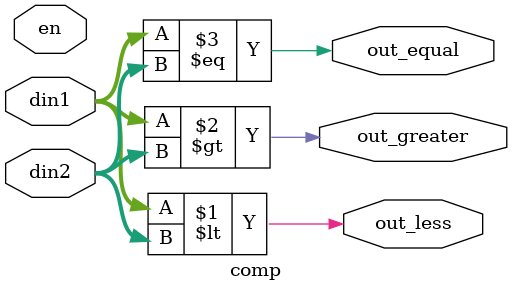
<source format=v>
  module comp(out_less,out_greater,out_equal,en,din1,din2);
    input [7:0]din1,din2;
    input en;
    output out_less,out_greater,out_equal;
  
    assign out_less=(din1<din2);
    assign out_greater=(din1>din2);
    assign out_equal=(din1==din2);
  endmodule

</source>
